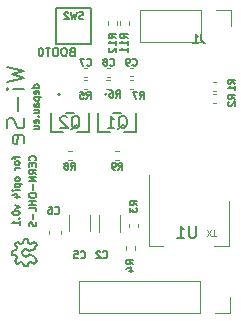
<source format=gbr>
%TF.GenerationSoftware,KiCad,Pcbnew,5.1.9*%
%TF.CreationDate,2021-01-20T23:16:29+01:00*%
%TF.ProjectId,wi-se-opi4,77692d73-652d-46f7-9069-342e6b696361,rev?*%
%TF.SameCoordinates,Original*%
%TF.FileFunction,Legend,Bot*%
%TF.FilePolarity,Positive*%
%FSLAX46Y46*%
G04 Gerber Fmt 4.6, Leading zero omitted, Abs format (unit mm)*
G04 Created by KiCad (PCBNEW 5.1.9) date 2021-01-20 23:16:29*
%MOMM*%
%LPD*%
G01*
G04 APERTURE LIST*
%ADD10C,0.150000*%
%ADD11C,0.125000*%
%ADD12C,0.200000*%
%ADD13C,0.120000*%
%ADD14C,0.152400*%
G04 APERTURE END LIST*
D10*
X97676333Y-70485800D02*
X97576333Y-70519133D01*
X97543000Y-70552466D01*
X97509666Y-70619133D01*
X97509666Y-70719133D01*
X97543000Y-70785800D01*
X97576333Y-70819133D01*
X97643000Y-70852466D01*
X97909666Y-70852466D01*
X97909666Y-70152466D01*
X97676333Y-70152466D01*
X97609666Y-70185800D01*
X97576333Y-70219133D01*
X97543000Y-70285800D01*
X97543000Y-70352466D01*
X97576333Y-70419133D01*
X97609666Y-70452466D01*
X97676333Y-70485800D01*
X97909666Y-70485800D01*
X97076333Y-70152466D02*
X96943000Y-70152466D01*
X96876333Y-70185800D01*
X96809666Y-70252466D01*
X96776333Y-70385800D01*
X96776333Y-70619133D01*
X96809666Y-70752466D01*
X96876333Y-70819133D01*
X96943000Y-70852466D01*
X97076333Y-70852466D01*
X97143000Y-70819133D01*
X97209666Y-70752466D01*
X97243000Y-70619133D01*
X97243000Y-70385800D01*
X97209666Y-70252466D01*
X97143000Y-70185800D01*
X97076333Y-70152466D01*
X96343000Y-70152466D02*
X96209666Y-70152466D01*
X96143000Y-70185800D01*
X96076333Y-70252466D01*
X96043000Y-70385800D01*
X96043000Y-70619133D01*
X96076333Y-70752466D01*
X96143000Y-70819133D01*
X96209666Y-70852466D01*
X96343000Y-70852466D01*
X96409666Y-70819133D01*
X96476333Y-70752466D01*
X96509666Y-70619133D01*
X96509666Y-70385800D01*
X96476333Y-70252466D01*
X96409666Y-70185800D01*
X96343000Y-70152466D01*
X95843000Y-70152466D02*
X95443000Y-70152466D01*
X95643000Y-70852466D02*
X95643000Y-70152466D01*
X95076333Y-70152466D02*
X95009666Y-70152466D01*
X94943000Y-70185800D01*
X94909666Y-70219133D01*
X94876333Y-70285800D01*
X94843000Y-70419133D01*
X94843000Y-70585800D01*
X94876333Y-70719133D01*
X94909666Y-70785800D01*
X94943000Y-70819133D01*
X95009666Y-70852466D01*
X95076333Y-70852466D01*
X95143000Y-70819133D01*
X95176333Y-70785800D01*
X95209666Y-70719133D01*
X95243000Y-70585800D01*
X95243000Y-70419133D01*
X95209666Y-70285800D01*
X95176333Y-70219133D01*
X95143000Y-70185800D01*
X95076333Y-70152466D01*
X94575285Y-79696000D02*
X94603857Y-79667428D01*
X94632428Y-79581714D01*
X94632428Y-79524571D01*
X94603857Y-79438857D01*
X94546714Y-79381714D01*
X94489571Y-79353142D01*
X94375285Y-79324571D01*
X94289571Y-79324571D01*
X94175285Y-79353142D01*
X94118142Y-79381714D01*
X94061000Y-79438857D01*
X94032428Y-79524571D01*
X94032428Y-79581714D01*
X94061000Y-79667428D01*
X94089571Y-79696000D01*
X94318142Y-79953142D02*
X94318142Y-80153142D01*
X94632428Y-80238857D02*
X94632428Y-79953142D01*
X94032428Y-79953142D01*
X94032428Y-80238857D01*
X94632428Y-80838857D02*
X94346714Y-80638857D01*
X94632428Y-80496000D02*
X94032428Y-80496000D01*
X94032428Y-80724571D01*
X94061000Y-80781714D01*
X94089571Y-80810285D01*
X94146714Y-80838857D01*
X94232428Y-80838857D01*
X94289571Y-80810285D01*
X94318142Y-80781714D01*
X94346714Y-80724571D01*
X94346714Y-80496000D01*
X94632428Y-81096000D02*
X94032428Y-81096000D01*
X94632428Y-81438857D01*
X94032428Y-81438857D01*
X94403857Y-81724571D02*
X94403857Y-82181714D01*
X94032428Y-82581714D02*
X94032428Y-82696000D01*
X94061000Y-82753142D01*
X94118142Y-82810285D01*
X94232428Y-82838857D01*
X94432428Y-82838857D01*
X94546714Y-82810285D01*
X94603857Y-82753142D01*
X94632428Y-82696000D01*
X94632428Y-82581714D01*
X94603857Y-82524571D01*
X94546714Y-82467428D01*
X94432428Y-82438857D01*
X94232428Y-82438857D01*
X94118142Y-82467428D01*
X94061000Y-82524571D01*
X94032428Y-82581714D01*
X94632428Y-83096000D02*
X94032428Y-83096000D01*
X94318142Y-83096000D02*
X94318142Y-83438857D01*
X94632428Y-83438857D02*
X94032428Y-83438857D01*
X94632428Y-84010285D02*
X94632428Y-83724571D01*
X94032428Y-83724571D01*
X94403857Y-84210285D02*
X94403857Y-84667428D01*
X94603857Y-84924571D02*
X94632428Y-85010285D01*
X94632428Y-85153142D01*
X94603857Y-85210285D01*
X94575285Y-85238857D01*
X94518142Y-85267428D01*
X94461000Y-85267428D01*
X94403857Y-85238857D01*
X94375285Y-85210285D01*
X94346714Y-85153142D01*
X94318142Y-85038857D01*
X94289571Y-84981714D01*
X94261000Y-84953142D01*
X94203857Y-84924571D01*
X94146714Y-84924571D01*
X94089571Y-84953142D01*
X94061000Y-84981714D01*
X94032428Y-85038857D01*
X94032428Y-85181714D01*
X94061000Y-85267428D01*
X94886428Y-73544285D02*
X94286428Y-73544285D01*
X94857857Y-73544285D02*
X94886428Y-73487142D01*
X94886428Y-73372857D01*
X94857857Y-73315714D01*
X94829285Y-73287142D01*
X94772142Y-73258571D01*
X94600714Y-73258571D01*
X94543571Y-73287142D01*
X94515000Y-73315714D01*
X94486428Y-73372857D01*
X94486428Y-73487142D01*
X94515000Y-73544285D01*
X94857857Y-74058571D02*
X94886428Y-74001428D01*
X94886428Y-73887142D01*
X94857857Y-73830000D01*
X94800714Y-73801428D01*
X94572142Y-73801428D01*
X94515000Y-73830000D01*
X94486428Y-73887142D01*
X94486428Y-74001428D01*
X94515000Y-74058571D01*
X94572142Y-74087142D01*
X94629285Y-74087142D01*
X94686428Y-73801428D01*
X94486428Y-74344285D02*
X95086428Y-74344285D01*
X94515000Y-74344285D02*
X94486428Y-74401428D01*
X94486428Y-74515714D01*
X94515000Y-74572857D01*
X94543571Y-74601428D01*
X94600714Y-74630000D01*
X94772142Y-74630000D01*
X94829285Y-74601428D01*
X94857857Y-74572857D01*
X94886428Y-74515714D01*
X94886428Y-74401428D01*
X94857857Y-74344285D01*
X94886428Y-75144285D02*
X94572142Y-75144285D01*
X94515000Y-75115714D01*
X94486428Y-75058571D01*
X94486428Y-74944285D01*
X94515000Y-74887142D01*
X94857857Y-75144285D02*
X94886428Y-75087142D01*
X94886428Y-74944285D01*
X94857857Y-74887142D01*
X94800714Y-74858571D01*
X94743571Y-74858571D01*
X94686428Y-74887142D01*
X94657857Y-74944285D01*
X94657857Y-75087142D01*
X94629285Y-75144285D01*
X94486428Y-75687142D02*
X94886428Y-75687142D01*
X94486428Y-75430000D02*
X94800714Y-75430000D01*
X94857857Y-75458571D01*
X94886428Y-75515714D01*
X94886428Y-75601428D01*
X94857857Y-75658571D01*
X94829285Y-75687142D01*
X94829285Y-75972857D02*
X94857857Y-76001428D01*
X94886428Y-75972857D01*
X94857857Y-75944285D01*
X94829285Y-75972857D01*
X94886428Y-75972857D01*
X94857857Y-76487142D02*
X94886428Y-76430000D01*
X94886428Y-76315714D01*
X94857857Y-76258571D01*
X94800714Y-76230000D01*
X94572142Y-76230000D01*
X94515000Y-76258571D01*
X94486428Y-76315714D01*
X94486428Y-76430000D01*
X94515000Y-76487142D01*
X94572142Y-76515714D01*
X94629285Y-76515714D01*
X94686428Y-76230000D01*
X94486428Y-77030000D02*
X94886428Y-77030000D01*
X94486428Y-76772857D02*
X94800714Y-76772857D01*
X94857857Y-76801428D01*
X94886428Y-76858571D01*
X94886428Y-76944285D01*
X94857857Y-77001428D01*
X94829285Y-77030000D01*
X92835428Y-79353142D02*
X92835428Y-79581714D01*
X93235428Y-79438857D02*
X92721142Y-79438857D01*
X92664000Y-79467428D01*
X92635428Y-79524571D01*
X92635428Y-79581714D01*
X93235428Y-79867428D02*
X93206857Y-79810285D01*
X93178285Y-79781714D01*
X93121142Y-79753142D01*
X92949714Y-79753142D01*
X92892571Y-79781714D01*
X92864000Y-79810285D01*
X92835428Y-79867428D01*
X92835428Y-79953142D01*
X92864000Y-80010285D01*
X92892571Y-80038857D01*
X92949714Y-80067428D01*
X93121142Y-80067428D01*
X93178285Y-80038857D01*
X93206857Y-80010285D01*
X93235428Y-79953142D01*
X93235428Y-79867428D01*
X93235428Y-80324571D02*
X92835428Y-80324571D01*
X92949714Y-80324571D02*
X92892571Y-80353142D01*
X92864000Y-80381714D01*
X92835428Y-80438857D01*
X92835428Y-80496000D01*
X93235428Y-81238857D02*
X93206857Y-81181714D01*
X93178285Y-81153142D01*
X93121142Y-81124571D01*
X92949714Y-81124571D01*
X92892571Y-81153142D01*
X92864000Y-81181714D01*
X92835428Y-81238857D01*
X92835428Y-81324571D01*
X92864000Y-81381714D01*
X92892571Y-81410285D01*
X92949714Y-81438857D01*
X93121142Y-81438857D01*
X93178285Y-81410285D01*
X93206857Y-81381714D01*
X93235428Y-81324571D01*
X93235428Y-81238857D01*
X92835428Y-81696000D02*
X93435428Y-81696000D01*
X92864000Y-81696000D02*
X92835428Y-81753142D01*
X92835428Y-81867428D01*
X92864000Y-81924571D01*
X92892571Y-81953142D01*
X92949714Y-81981714D01*
X93121142Y-81981714D01*
X93178285Y-81953142D01*
X93206857Y-81924571D01*
X93235428Y-81867428D01*
X93235428Y-81753142D01*
X93206857Y-81696000D01*
X93235428Y-82238857D02*
X92835428Y-82238857D01*
X92635428Y-82238857D02*
X92664000Y-82210285D01*
X92692571Y-82238857D01*
X92664000Y-82267428D01*
X92635428Y-82238857D01*
X92692571Y-82238857D01*
X92835428Y-82781714D02*
X93235428Y-82781714D01*
X92606857Y-82638857D02*
X93035428Y-82496000D01*
X93035428Y-82867428D01*
X92835428Y-83496000D02*
X93235428Y-83638857D01*
X92835428Y-83781714D01*
X92635428Y-84124571D02*
X92635428Y-84181714D01*
X92664000Y-84238857D01*
X92692571Y-84267428D01*
X92749714Y-84296000D01*
X92864000Y-84324571D01*
X93006857Y-84324571D01*
X93121142Y-84296000D01*
X93178285Y-84267428D01*
X93206857Y-84238857D01*
X93235428Y-84181714D01*
X93235428Y-84124571D01*
X93206857Y-84067428D01*
X93178285Y-84038857D01*
X93121142Y-84010285D01*
X93006857Y-83981714D01*
X92864000Y-83981714D01*
X92749714Y-84010285D01*
X92692571Y-84038857D01*
X92664000Y-84067428D01*
X92635428Y-84124571D01*
X93178285Y-84581714D02*
X93206857Y-84610285D01*
X93235428Y-84581714D01*
X93206857Y-84553142D01*
X93178285Y-84581714D01*
X93235428Y-84581714D01*
X93235428Y-85181714D02*
X93235428Y-84838857D01*
X93235428Y-85010285D02*
X92635428Y-85010285D01*
X92721142Y-84953142D01*
X92778285Y-84896000D01*
X92806857Y-84838857D01*
X92142571Y-71771285D02*
X93642571Y-72128428D01*
X92571142Y-72414142D01*
X93642571Y-72699857D01*
X92142571Y-73057000D01*
X93642571Y-73628428D02*
X92642571Y-73628428D01*
X92142571Y-73628428D02*
X92214000Y-73557000D01*
X92285428Y-73628428D01*
X92214000Y-73699857D01*
X92142571Y-73628428D01*
X92285428Y-73628428D01*
X93071142Y-74342714D02*
X93071142Y-75485571D01*
X93571142Y-76128428D02*
X93642571Y-76342714D01*
X93642571Y-76699857D01*
X93571142Y-76842714D01*
X93499714Y-76914142D01*
X93356857Y-76985571D01*
X93214000Y-76985571D01*
X93071142Y-76914142D01*
X92999714Y-76842714D01*
X92928285Y-76699857D01*
X92856857Y-76414142D01*
X92785428Y-76271285D01*
X92714000Y-76199857D01*
X92571142Y-76128428D01*
X92428285Y-76128428D01*
X92285428Y-76199857D01*
X92214000Y-76271285D01*
X92142571Y-76414142D01*
X92142571Y-76771285D01*
X92214000Y-76985571D01*
X93571142Y-78199857D02*
X93642571Y-78057000D01*
X93642571Y-77771285D01*
X93571142Y-77628428D01*
X93428285Y-77557000D01*
X92856857Y-77557000D01*
X92714000Y-77628428D01*
X92642571Y-77771285D01*
X92642571Y-78057000D01*
X92714000Y-78199857D01*
X92856857Y-78271285D01*
X92999714Y-78271285D01*
X93142571Y-77557000D01*
D11*
X109854952Y-86125809D02*
X109569238Y-86125809D01*
X109712095Y-85625809D02*
X109712095Y-86125809D01*
X109450190Y-86125809D02*
X109116857Y-85625809D01*
X109116857Y-86125809D02*
X109450190Y-85625809D01*
D12*
%TO.C,REF\u002A\u002A*%
X92837000Y-88201500D02*
X93005065Y-87956593D01*
X93529907Y-88349504D02*
X93327243Y-88262603D01*
X92926145Y-87278167D02*
X93006574Y-87081672D01*
X93044959Y-86588909D02*
X93064545Y-86587103D01*
X93045059Y-88427314D02*
X92838806Y-88221070D01*
X93529827Y-86666714D02*
X93544257Y-86649939D01*
X93327143Y-86753608D02*
X93529827Y-86666714D01*
X93597043Y-88649703D02*
X93544337Y-88366279D01*
X92909659Y-87723618D02*
X92616508Y-87669050D01*
X93305328Y-88263986D02*
X93064646Y-88429120D01*
X92836900Y-86814766D02*
X92838706Y-86795180D01*
X93006574Y-87081672D02*
X93004965Y-87059656D01*
X93327243Y-88262603D02*
X93305328Y-88263986D01*
X92603843Y-87362303D02*
X92616410Y-87347198D01*
X93544337Y-88366279D02*
X93529907Y-88349504D01*
X93064646Y-88429120D02*
X93045059Y-88427314D01*
X92616508Y-87669050D02*
X92603940Y-87653931D01*
X93612101Y-86353963D02*
X93903801Y-86353980D01*
X92926245Y-87738099D02*
X92909659Y-87723618D01*
X93006674Y-87934577D02*
X92926245Y-87738099D01*
X93064545Y-86587103D02*
X93305228Y-86752254D01*
X94031370Y-87334419D02*
X93759635Y-87185544D01*
X93759635Y-87185544D02*
X93531524Y-87280035D01*
X93531524Y-87280035D02*
X93437040Y-87508139D01*
X93918939Y-86366550D02*
X93970386Y-86643008D01*
X93005065Y-87956593D02*
X93006674Y-87934577D01*
X92909558Y-87292648D02*
X92926145Y-87278167D01*
X93596962Y-86366533D02*
X93612101Y-86353963D01*
X93437040Y-87508139D02*
X93531524Y-87736235D01*
X93531524Y-87736235D02*
X93759635Y-87830717D01*
X93759635Y-87830717D02*
X94031370Y-87681842D01*
X93004965Y-87059656D02*
X92836900Y-86814766D01*
X92838706Y-86795180D02*
X93044959Y-86588909D01*
X94200518Y-86745730D02*
X94222534Y-86744094D01*
X94222534Y-86744094D02*
X94451373Y-86587063D01*
X94677229Y-86795157D02*
X94679036Y-86814743D01*
X94679036Y-86814743D02*
X94524748Y-87039530D01*
X93305228Y-86752254D02*
X93327143Y-86753608D01*
X94077042Y-87380918D02*
X94058576Y-87374918D01*
X94058576Y-87374918D02*
X94043387Y-87350108D01*
X94043387Y-87350108D02*
X94031370Y-87334419D01*
X94031370Y-87681842D02*
X94043387Y-87666187D01*
X94043387Y-87666187D02*
X94058576Y-87641377D01*
X94058576Y-87641377D02*
X94077042Y-87635377D01*
X94077042Y-87635377D02*
X94570960Y-87839768D01*
X94524748Y-87039530D02*
X94524013Y-87061080D01*
X94524013Y-87061080D02*
X94576943Y-87160216D01*
X93970386Y-86643008D02*
X93984920Y-86659422D01*
X92838806Y-88221070D02*
X92837000Y-88201500D01*
X93903801Y-86353980D02*
X93918939Y-86366550D01*
X92603940Y-87653931D02*
X92603843Y-87362303D01*
X94576943Y-87160216D02*
X94570943Y-87176509D01*
X94570943Y-87176509D02*
X94077042Y-87380918D01*
X92616410Y-87347198D02*
X92909558Y-87292648D01*
X93544257Y-86649939D02*
X93596962Y-86366533D01*
X94570960Y-87839768D02*
X94576960Y-87856061D01*
X94576960Y-87856061D02*
X94524030Y-87955196D01*
X94524030Y-87955196D02*
X94524765Y-87976747D01*
X94524765Y-87976747D02*
X94679053Y-88201551D01*
X94679053Y-88201551D02*
X94677247Y-88221120D01*
X94677247Y-88221120D02*
X94470995Y-88427408D01*
X94470995Y-88427408D02*
X94451391Y-88429214D01*
X94451391Y-88429214D02*
X94222644Y-88272103D01*
X94222644Y-88272103D02*
X94200627Y-88270494D01*
X94200627Y-88270494D02*
X93985029Y-88356803D01*
X93985029Y-88356803D02*
X93970494Y-88373200D01*
X93970494Y-88373200D02*
X93919048Y-88649658D01*
X93919048Y-88649658D02*
X93903909Y-88662228D01*
X93903909Y-88662228D02*
X93612209Y-88662262D01*
X93612209Y-88662262D02*
X93597054Y-88649729D01*
X94451373Y-86587063D02*
X94470976Y-86588869D01*
X94470976Y-86588869D02*
X94677229Y-86795157D01*
X93984920Y-86659422D02*
X94200518Y-86745730D01*
D13*
%TO.C,C2*%
X99938160Y-85714892D02*
X99938160Y-84292388D01*
X101758160Y-85714892D02*
X101758160Y-84292388D01*
%TO.C,J2*%
X111080000Y-92580000D02*
X111080000Y-91250000D01*
X109750000Y-92580000D02*
X111080000Y-92580000D01*
X108480000Y-92580000D02*
X108480000Y-89920000D01*
X108480000Y-89920000D02*
X98260000Y-89920000D01*
X108480000Y-92580000D02*
X98260000Y-92580000D01*
X98260000Y-92580000D02*
X98260000Y-89920000D01*
D14*
%TO.C,Q1*%
X101166739Y-75643060D02*
X101833261Y-75643060D01*
X103125600Y-75643060D02*
X103125600Y-77294060D01*
X103125600Y-77294060D02*
X102116740Y-77294060D01*
X99874400Y-77294060D02*
X99874400Y-75643060D01*
X100883260Y-77294060D02*
X99874400Y-77294060D01*
X100626200Y-74081561D02*
G75*
G03*
X100626200Y-74081561I-76200J0D01*
G01*
D13*
%TO.C,J1*%
X111170000Y-68300000D02*
X111170000Y-66970000D01*
X111170000Y-66970000D02*
X109840000Y-66970000D01*
X108570000Y-66970000D02*
X103430000Y-66970000D01*
X103430000Y-69630000D02*
X103430000Y-66970000D01*
X108570000Y-69630000D02*
X103430000Y-69630000D01*
X108570000Y-69630000D02*
X108570000Y-66970000D01*
D14*
%TO.C,Q2*%
X96626200Y-74113001D02*
G75*
G03*
X96626200Y-74113001I-76200J0D01*
G01*
X96883260Y-77325500D02*
X95874400Y-77325500D01*
X95874400Y-77325500D02*
X95874400Y-75674500D01*
X99125600Y-77325500D02*
X98116740Y-77325500D01*
X99125600Y-75674500D02*
X99125600Y-77325500D01*
X97166739Y-75674500D02*
X97833261Y-75674500D01*
D13*
%TO.C,C5*%
X99202920Y-85704732D02*
X99202920Y-84282228D01*
X97382920Y-85704732D02*
X97382920Y-84282228D01*
%TO.C,C6*%
X96720120Y-85951940D02*
X96720120Y-85670780D01*
X95700120Y-85951940D02*
X95700120Y-85670780D01*
%TO.C,C7*%
X98723564Y-72623000D02*
X98939236Y-72623000D01*
X98723564Y-71903000D02*
X98939236Y-71903000D01*
%TO.C,C8*%
X100857836Y-72623000D02*
X100642164Y-72623000D01*
X100857836Y-71903000D02*
X100642164Y-71903000D01*
%TO.C,C9*%
X102590164Y-72578000D02*
X102805836Y-72578000D01*
X102590164Y-71858000D02*
X102805836Y-71858000D01*
%TO.C,R1*%
X109596359Y-73786000D02*
X109903641Y-73786000D01*
X109596359Y-73026000D02*
X109903641Y-73026000D01*
%TO.C,R2*%
X109574359Y-74042000D02*
X109881641Y-74042000D01*
X109574359Y-74802000D02*
X109881641Y-74802000D01*
%TO.C,R3*%
X102490000Y-85345241D02*
X102490000Y-85037959D01*
X103250000Y-85345241D02*
X103250000Y-85037959D01*
%TO.C,R4*%
X102996000Y-86968359D02*
X102996000Y-87275641D01*
X102236000Y-86968359D02*
X102236000Y-87275641D01*
%TO.C,R5*%
X98959641Y-73630000D02*
X98652359Y-73630000D01*
X98959641Y-72870000D02*
X98652359Y-72870000D01*
%TO.C,R6*%
X100596359Y-73630000D02*
X100903641Y-73630000D01*
X100596359Y-72870000D02*
X100903641Y-72870000D01*
%TO.C,R7*%
X102851641Y-72899000D02*
X102544359Y-72899000D01*
X102851641Y-73659000D02*
X102544359Y-73659000D01*
%TO.C,R8*%
X97346359Y-78870000D02*
X97653641Y-78870000D01*
X97346359Y-79630000D02*
X97653641Y-79630000D01*
%TO.C,R9*%
X101653641Y-78870000D02*
X101346359Y-78870000D01*
X101653641Y-79630000D02*
X101346359Y-79630000D01*
%TO.C,R11*%
X102488000Y-68227641D02*
X102488000Y-67920359D01*
X101728000Y-68227641D02*
X101728000Y-67920359D01*
%TO.C,R12*%
X101472000Y-68225641D02*
X101472000Y-67918359D01*
X100712000Y-68225641D02*
X100712000Y-67918359D01*
%TO.C,U1*%
X110979000Y-86898400D02*
X109719000Y-86898400D01*
X104159000Y-86898400D02*
X105419000Y-86898400D01*
X110979000Y-83138400D02*
X110979000Y-86898400D01*
X104159000Y-80888400D02*
X104159000Y-86898400D01*
D10*
%TO.C,SW2*%
X99325000Y-69800000D02*
X96325000Y-69800000D01*
X99325000Y-66800000D02*
X96325000Y-66800000D01*
X96325000Y-69800000D02*
X96325000Y-66800000D01*
X99325000Y-66800000D02*
X99325000Y-69800000D01*
%TO.C,C2*%
X100300000Y-87914285D02*
X100328571Y-87942857D01*
X100414285Y-87971428D01*
X100471428Y-87971428D01*
X100557142Y-87942857D01*
X100614285Y-87885714D01*
X100642857Y-87828571D01*
X100671428Y-87714285D01*
X100671428Y-87628571D01*
X100642857Y-87514285D01*
X100614285Y-87457142D01*
X100557142Y-87400000D01*
X100471428Y-87371428D01*
X100414285Y-87371428D01*
X100328571Y-87400000D01*
X100300000Y-87428571D01*
X100071428Y-87428571D02*
X100042857Y-87400000D01*
X99985714Y-87371428D01*
X99842857Y-87371428D01*
X99785714Y-87400000D01*
X99757142Y-87428571D01*
X99728571Y-87485714D01*
X99728571Y-87542857D01*
X99757142Y-87628571D01*
X100100000Y-87971428D01*
X99728571Y-87971428D01*
%TO.C,Q1*%
X101595238Y-77016179D02*
X101690476Y-76968560D01*
X101785714Y-76873321D01*
X101928571Y-76730464D01*
X102023809Y-76682845D01*
X102119047Y-76682845D01*
X102071428Y-76920940D02*
X102166666Y-76873321D01*
X102261904Y-76778083D01*
X102309523Y-76587607D01*
X102309523Y-76254274D01*
X102261904Y-76063798D01*
X102166666Y-75968560D01*
X102071428Y-75920940D01*
X101880952Y-75920940D01*
X101785714Y-75968560D01*
X101690476Y-76063798D01*
X101642857Y-76254274D01*
X101642857Y-76587607D01*
X101690476Y-76778083D01*
X101785714Y-76873321D01*
X101880952Y-76920940D01*
X102071428Y-76920940D01*
X100690476Y-76920940D02*
X101261904Y-76920940D01*
X100976190Y-76920940D02*
X100976190Y-75920940D01*
X101071428Y-76063798D01*
X101166666Y-76159036D01*
X101261904Y-76206655D01*
%TO.C,J1*%
X108633333Y-69016666D02*
X108633333Y-69516666D01*
X108666666Y-69616666D01*
X108733333Y-69683333D01*
X108833333Y-69716666D01*
X108900000Y-69716666D01*
X107933333Y-69716666D02*
X108333333Y-69716666D01*
X108133333Y-69716666D02*
X108133333Y-69016666D01*
X108200000Y-69116666D01*
X108266666Y-69183333D01*
X108333333Y-69216666D01*
%TO.C,Q2*%
X97595238Y-77047619D02*
X97690476Y-77000000D01*
X97785714Y-76904761D01*
X97928571Y-76761904D01*
X98023809Y-76714285D01*
X98119047Y-76714285D01*
X98071428Y-76952380D02*
X98166666Y-76904761D01*
X98261904Y-76809523D01*
X98309523Y-76619047D01*
X98309523Y-76285714D01*
X98261904Y-76095238D01*
X98166666Y-76000000D01*
X98071428Y-75952380D01*
X97880952Y-75952380D01*
X97785714Y-76000000D01*
X97690476Y-76095238D01*
X97642857Y-76285714D01*
X97642857Y-76619047D01*
X97690476Y-76809523D01*
X97785714Y-76904761D01*
X97880952Y-76952380D01*
X98071428Y-76952380D01*
X97261904Y-76047619D02*
X97214285Y-76000000D01*
X97119047Y-75952380D01*
X96880952Y-75952380D01*
X96785714Y-76000000D01*
X96738095Y-76047619D01*
X96690476Y-76142857D01*
X96690476Y-76238095D01*
X96738095Y-76380952D01*
X97309523Y-76952380D01*
X96690476Y-76952380D01*
%TO.C,C5*%
X98400000Y-87914285D02*
X98428571Y-87942857D01*
X98514285Y-87971428D01*
X98571428Y-87971428D01*
X98657142Y-87942857D01*
X98714285Y-87885714D01*
X98742857Y-87828571D01*
X98771428Y-87714285D01*
X98771428Y-87628571D01*
X98742857Y-87514285D01*
X98714285Y-87457142D01*
X98657142Y-87400000D01*
X98571428Y-87371428D01*
X98514285Y-87371428D01*
X98428571Y-87400000D01*
X98400000Y-87428571D01*
X97857142Y-87371428D02*
X98142857Y-87371428D01*
X98171428Y-87657142D01*
X98142857Y-87628571D01*
X98085714Y-87600000D01*
X97942857Y-87600000D01*
X97885714Y-87628571D01*
X97857142Y-87657142D01*
X97828571Y-87714285D01*
X97828571Y-87857142D01*
X97857142Y-87914285D01*
X97885714Y-87942857D01*
X97942857Y-87971428D01*
X98085714Y-87971428D01*
X98142857Y-87942857D01*
X98171428Y-87914285D01*
%TO.C,C6*%
X96239000Y-84161285D02*
X96267571Y-84189857D01*
X96353285Y-84218428D01*
X96410428Y-84218428D01*
X96496142Y-84189857D01*
X96553285Y-84132714D01*
X96581857Y-84075571D01*
X96610428Y-83961285D01*
X96610428Y-83875571D01*
X96581857Y-83761285D01*
X96553285Y-83704142D01*
X96496142Y-83647000D01*
X96410428Y-83618428D01*
X96353285Y-83618428D01*
X96267571Y-83647000D01*
X96239000Y-83675571D01*
X95724714Y-83618428D02*
X95839000Y-83618428D01*
X95896142Y-83647000D01*
X95924714Y-83675571D01*
X95981857Y-83761285D01*
X96010428Y-83875571D01*
X96010428Y-84104142D01*
X95981857Y-84161285D01*
X95953285Y-84189857D01*
X95896142Y-84218428D01*
X95781857Y-84218428D01*
X95724714Y-84189857D01*
X95696142Y-84161285D01*
X95667571Y-84104142D01*
X95667571Y-83961285D01*
X95696142Y-83904142D01*
X95724714Y-83875571D01*
X95781857Y-83847000D01*
X95896142Y-83847000D01*
X95953285Y-83875571D01*
X95981857Y-83904142D01*
X96010428Y-83961285D01*
%TO.C,C7*%
X98931400Y-71614285D02*
X98959971Y-71642857D01*
X99045685Y-71671428D01*
X99102828Y-71671428D01*
X99188542Y-71642857D01*
X99245685Y-71585714D01*
X99274257Y-71528571D01*
X99302828Y-71414285D01*
X99302828Y-71328571D01*
X99274257Y-71214285D01*
X99245685Y-71157142D01*
X99188542Y-71100000D01*
X99102828Y-71071428D01*
X99045685Y-71071428D01*
X98959971Y-71100000D01*
X98931400Y-71128571D01*
X98731400Y-71071428D02*
X98331400Y-71071428D01*
X98588542Y-71671428D01*
%TO.C,C8*%
X100900000Y-71614285D02*
X100928571Y-71642857D01*
X101014285Y-71671428D01*
X101071428Y-71671428D01*
X101157142Y-71642857D01*
X101214285Y-71585714D01*
X101242857Y-71528571D01*
X101271428Y-71414285D01*
X101271428Y-71328571D01*
X101242857Y-71214285D01*
X101214285Y-71157142D01*
X101157142Y-71100000D01*
X101071428Y-71071428D01*
X101014285Y-71071428D01*
X100928571Y-71100000D01*
X100900000Y-71128571D01*
X100557142Y-71328571D02*
X100614285Y-71300000D01*
X100642857Y-71271428D01*
X100671428Y-71214285D01*
X100671428Y-71185714D01*
X100642857Y-71128571D01*
X100614285Y-71100000D01*
X100557142Y-71071428D01*
X100442857Y-71071428D01*
X100385714Y-71100000D01*
X100357142Y-71128571D01*
X100328571Y-71185714D01*
X100328571Y-71214285D01*
X100357142Y-71271428D01*
X100385714Y-71300000D01*
X100442857Y-71328571D01*
X100557142Y-71328571D01*
X100614285Y-71357142D01*
X100642857Y-71385714D01*
X100671428Y-71442857D01*
X100671428Y-71557142D01*
X100642857Y-71614285D01*
X100614285Y-71642857D01*
X100557142Y-71671428D01*
X100442857Y-71671428D01*
X100385714Y-71642857D01*
X100357142Y-71614285D01*
X100328571Y-71557142D01*
X100328571Y-71442857D01*
X100357142Y-71385714D01*
X100385714Y-71357142D01*
X100442857Y-71328571D01*
%TO.C,C9*%
X102798000Y-71614285D02*
X102826571Y-71642857D01*
X102912285Y-71671428D01*
X102969428Y-71671428D01*
X103055142Y-71642857D01*
X103112285Y-71585714D01*
X103140857Y-71528571D01*
X103169428Y-71414285D01*
X103169428Y-71328571D01*
X103140857Y-71214285D01*
X103112285Y-71157142D01*
X103055142Y-71100000D01*
X102969428Y-71071428D01*
X102912285Y-71071428D01*
X102826571Y-71100000D01*
X102798000Y-71128571D01*
X102512285Y-71671428D02*
X102398000Y-71671428D01*
X102340857Y-71642857D01*
X102312285Y-71614285D01*
X102255142Y-71528571D01*
X102226571Y-71414285D01*
X102226571Y-71185714D01*
X102255142Y-71128571D01*
X102283714Y-71100000D01*
X102340857Y-71071428D01*
X102455142Y-71071428D01*
X102512285Y-71100000D01*
X102540857Y-71128571D01*
X102569428Y-71185714D01*
X102569428Y-71328571D01*
X102540857Y-71385714D01*
X102512285Y-71414285D01*
X102455142Y-71442857D01*
X102340857Y-71442857D01*
X102283714Y-71414285D01*
X102255142Y-71385714D01*
X102226571Y-71328571D01*
%TO.C,R1*%
X111471428Y-73200000D02*
X111185714Y-73000000D01*
X111471428Y-72857142D02*
X110871428Y-72857142D01*
X110871428Y-73085714D01*
X110900000Y-73142857D01*
X110928571Y-73171428D01*
X110985714Y-73200000D01*
X111071428Y-73200000D01*
X111128571Y-73171428D01*
X111157142Y-73142857D01*
X111185714Y-73085714D01*
X111185714Y-72857142D01*
X111471428Y-73771428D02*
X111471428Y-73428571D01*
X111471428Y-73600000D02*
X110871428Y-73600000D01*
X110957142Y-73542857D01*
X111014285Y-73485714D01*
X111042857Y-73428571D01*
%TO.C,R2*%
X111471428Y-74500000D02*
X111185714Y-74300000D01*
X111471428Y-74157142D02*
X110871428Y-74157142D01*
X110871428Y-74385714D01*
X110900000Y-74442857D01*
X110928571Y-74471428D01*
X110985714Y-74500000D01*
X111071428Y-74500000D01*
X111128571Y-74471428D01*
X111157142Y-74442857D01*
X111185714Y-74385714D01*
X111185714Y-74157142D01*
X110928571Y-74728571D02*
X110900000Y-74757142D01*
X110871428Y-74814285D01*
X110871428Y-74957142D01*
X110900000Y-75014285D01*
X110928571Y-75042857D01*
X110985714Y-75071428D01*
X111042857Y-75071428D01*
X111128571Y-75042857D01*
X111471428Y-74700000D01*
X111471428Y-75071428D01*
%TO.C,R3*%
X103171428Y-83500000D02*
X102885714Y-83300000D01*
X103171428Y-83157142D02*
X102571428Y-83157142D01*
X102571428Y-83385714D01*
X102600000Y-83442857D01*
X102628571Y-83471428D01*
X102685714Y-83500000D01*
X102771428Y-83500000D01*
X102828571Y-83471428D01*
X102857142Y-83442857D01*
X102885714Y-83385714D01*
X102885714Y-83157142D01*
X102571428Y-83700000D02*
X102571428Y-84071428D01*
X102800000Y-83871428D01*
X102800000Y-83957142D01*
X102828571Y-84014285D01*
X102857142Y-84042857D01*
X102914285Y-84071428D01*
X103057142Y-84071428D01*
X103114285Y-84042857D01*
X103142857Y-84014285D01*
X103171428Y-83957142D01*
X103171428Y-83785714D01*
X103142857Y-83728571D01*
X103114285Y-83700000D01*
%TO.C,R4*%
X102871428Y-88500000D02*
X102585714Y-88300000D01*
X102871428Y-88157142D02*
X102271428Y-88157142D01*
X102271428Y-88385714D01*
X102300000Y-88442857D01*
X102328571Y-88471428D01*
X102385714Y-88500000D01*
X102471428Y-88500000D01*
X102528571Y-88471428D01*
X102557142Y-88442857D01*
X102585714Y-88385714D01*
X102585714Y-88157142D01*
X102471428Y-89014285D02*
X102871428Y-89014285D01*
X102242857Y-88871428D02*
X102671428Y-88728571D01*
X102671428Y-89100000D01*
%TO.C,R5*%
X98900000Y-74471428D02*
X99100000Y-74185714D01*
X99242857Y-74471428D02*
X99242857Y-73871428D01*
X99014285Y-73871428D01*
X98957142Y-73900000D01*
X98928571Y-73928571D01*
X98900000Y-73985714D01*
X98900000Y-74071428D01*
X98928571Y-74128571D01*
X98957142Y-74157142D01*
X99014285Y-74185714D01*
X99242857Y-74185714D01*
X98357142Y-73871428D02*
X98642857Y-73871428D01*
X98671428Y-74157142D01*
X98642857Y-74128571D01*
X98585714Y-74100000D01*
X98442857Y-74100000D01*
X98385714Y-74128571D01*
X98357142Y-74157142D01*
X98328571Y-74214285D01*
X98328571Y-74357142D01*
X98357142Y-74414285D01*
X98385714Y-74442857D01*
X98442857Y-74471428D01*
X98585714Y-74471428D01*
X98642857Y-74442857D01*
X98671428Y-74414285D01*
%TO.C,R6*%
X101400000Y-74371428D02*
X101600000Y-74085714D01*
X101742857Y-74371428D02*
X101742857Y-73771428D01*
X101514285Y-73771428D01*
X101457142Y-73800000D01*
X101428571Y-73828571D01*
X101400000Y-73885714D01*
X101400000Y-73971428D01*
X101428571Y-74028571D01*
X101457142Y-74057142D01*
X101514285Y-74085714D01*
X101742857Y-74085714D01*
X100885714Y-73771428D02*
X101000000Y-73771428D01*
X101057142Y-73800000D01*
X101085714Y-73828571D01*
X101142857Y-73914285D01*
X101171428Y-74028571D01*
X101171428Y-74257142D01*
X101142857Y-74314285D01*
X101114285Y-74342857D01*
X101057142Y-74371428D01*
X100942857Y-74371428D01*
X100885714Y-74342857D01*
X100857142Y-74314285D01*
X100828571Y-74257142D01*
X100828571Y-74114285D01*
X100857142Y-74057142D01*
X100885714Y-74028571D01*
X100942857Y-74000000D01*
X101057142Y-74000000D01*
X101114285Y-74028571D01*
X101142857Y-74057142D01*
X101171428Y-74114285D01*
%TO.C,R7*%
X103400000Y-74471428D02*
X103600000Y-74185714D01*
X103742857Y-74471428D02*
X103742857Y-73871428D01*
X103514285Y-73871428D01*
X103457142Y-73900000D01*
X103428571Y-73928571D01*
X103400000Y-73985714D01*
X103400000Y-74071428D01*
X103428571Y-74128571D01*
X103457142Y-74157142D01*
X103514285Y-74185714D01*
X103742857Y-74185714D01*
X103200000Y-73871428D02*
X102800000Y-73871428D01*
X103057142Y-74471428D01*
%TO.C,R8*%
X97600000Y-80471428D02*
X97800000Y-80185714D01*
X97942857Y-80471428D02*
X97942857Y-79871428D01*
X97714285Y-79871428D01*
X97657142Y-79900000D01*
X97628571Y-79928571D01*
X97600000Y-79985714D01*
X97600000Y-80071428D01*
X97628571Y-80128571D01*
X97657142Y-80157142D01*
X97714285Y-80185714D01*
X97942857Y-80185714D01*
X97257142Y-80128571D02*
X97314285Y-80100000D01*
X97342857Y-80071428D01*
X97371428Y-80014285D01*
X97371428Y-79985714D01*
X97342857Y-79928571D01*
X97314285Y-79900000D01*
X97257142Y-79871428D01*
X97142857Y-79871428D01*
X97085714Y-79900000D01*
X97057142Y-79928571D01*
X97028571Y-79985714D01*
X97028571Y-80014285D01*
X97057142Y-80071428D01*
X97085714Y-80100000D01*
X97142857Y-80128571D01*
X97257142Y-80128571D01*
X97314285Y-80157142D01*
X97342857Y-80185714D01*
X97371428Y-80242857D01*
X97371428Y-80357142D01*
X97342857Y-80414285D01*
X97314285Y-80442857D01*
X97257142Y-80471428D01*
X97142857Y-80471428D01*
X97085714Y-80442857D01*
X97057142Y-80414285D01*
X97028571Y-80357142D01*
X97028571Y-80242857D01*
X97057142Y-80185714D01*
X97085714Y-80157142D01*
X97142857Y-80128571D01*
%TO.C,R9*%
X101600000Y-80471428D02*
X101800000Y-80185714D01*
X101942857Y-80471428D02*
X101942857Y-79871428D01*
X101714285Y-79871428D01*
X101657142Y-79900000D01*
X101628571Y-79928571D01*
X101600000Y-79985714D01*
X101600000Y-80071428D01*
X101628571Y-80128571D01*
X101657142Y-80157142D01*
X101714285Y-80185714D01*
X101942857Y-80185714D01*
X101314285Y-80471428D02*
X101200000Y-80471428D01*
X101142857Y-80442857D01*
X101114285Y-80414285D01*
X101057142Y-80328571D01*
X101028571Y-80214285D01*
X101028571Y-79985714D01*
X101057142Y-79928571D01*
X101085714Y-79900000D01*
X101142857Y-79871428D01*
X101257142Y-79871428D01*
X101314285Y-79900000D01*
X101342857Y-79928571D01*
X101371428Y-79985714D01*
X101371428Y-80128571D01*
X101342857Y-80185714D01*
X101314285Y-80214285D01*
X101257142Y-80242857D01*
X101142857Y-80242857D01*
X101085714Y-80214285D01*
X101057142Y-80185714D01*
X101028571Y-80128571D01*
%TO.C,R11*%
X102379428Y-69362685D02*
X102093714Y-69162685D01*
X102379428Y-69019828D02*
X101779428Y-69019828D01*
X101779428Y-69248400D01*
X101808000Y-69305542D01*
X101836571Y-69334114D01*
X101893714Y-69362685D01*
X101979428Y-69362685D01*
X102036571Y-69334114D01*
X102065142Y-69305542D01*
X102093714Y-69248400D01*
X102093714Y-69019828D01*
X102379428Y-69934114D02*
X102379428Y-69591257D01*
X102379428Y-69762685D02*
X101779428Y-69762685D01*
X101865142Y-69705542D01*
X101922285Y-69648400D01*
X101950857Y-69591257D01*
X102379428Y-70505542D02*
X102379428Y-70162685D01*
X102379428Y-70334114D02*
X101779428Y-70334114D01*
X101865142Y-70276971D01*
X101922285Y-70219828D01*
X101950857Y-70162685D01*
%TO.C,R12*%
X101388828Y-69362685D02*
X101103114Y-69162685D01*
X101388828Y-69019828D02*
X100788828Y-69019828D01*
X100788828Y-69248400D01*
X100817400Y-69305542D01*
X100845971Y-69334114D01*
X100903114Y-69362685D01*
X100988828Y-69362685D01*
X101045971Y-69334114D01*
X101074542Y-69305542D01*
X101103114Y-69248400D01*
X101103114Y-69019828D01*
X101388828Y-69934114D02*
X101388828Y-69591257D01*
X101388828Y-69762685D02*
X100788828Y-69762685D01*
X100874542Y-69705542D01*
X100931685Y-69648400D01*
X100960257Y-69591257D01*
X100845971Y-70162685D02*
X100817400Y-70191257D01*
X100788828Y-70248400D01*
X100788828Y-70391257D01*
X100817400Y-70448400D01*
X100845971Y-70476971D01*
X100903114Y-70505542D01*
X100960257Y-70505542D01*
X101045971Y-70476971D01*
X101388828Y-70134114D01*
X101388828Y-70505542D01*
%TO.C,U1*%
X108161904Y-85252380D02*
X108161904Y-86061904D01*
X108114285Y-86157142D01*
X108066666Y-86204761D01*
X107971428Y-86252380D01*
X107780952Y-86252380D01*
X107685714Y-86204761D01*
X107638095Y-86157142D01*
X107590476Y-86061904D01*
X107590476Y-85252380D01*
X106590476Y-86252380D02*
X107161904Y-86252380D01*
X106876190Y-86252380D02*
X106876190Y-85252380D01*
X106971428Y-85395238D01*
X107066666Y-85490476D01*
X107161904Y-85538095D01*
%TO.C,SW2*%
X98615400Y-67705257D02*
X98529685Y-67733828D01*
X98386828Y-67733828D01*
X98329685Y-67705257D01*
X98301114Y-67676685D01*
X98272542Y-67619542D01*
X98272542Y-67562400D01*
X98301114Y-67505257D01*
X98329685Y-67476685D01*
X98386828Y-67448114D01*
X98501114Y-67419542D01*
X98558257Y-67390971D01*
X98586828Y-67362400D01*
X98615400Y-67305257D01*
X98615400Y-67248114D01*
X98586828Y-67190971D01*
X98558257Y-67162400D01*
X98501114Y-67133828D01*
X98358257Y-67133828D01*
X98272542Y-67162400D01*
X98072542Y-67133828D02*
X97929685Y-67733828D01*
X97815400Y-67305257D01*
X97701114Y-67733828D01*
X97558257Y-67133828D01*
X97358257Y-67190971D02*
X97329685Y-67162400D01*
X97272542Y-67133828D01*
X97129685Y-67133828D01*
X97072542Y-67162400D01*
X97043971Y-67190971D01*
X97015400Y-67248114D01*
X97015400Y-67305257D01*
X97043971Y-67390971D01*
X97386828Y-67733828D01*
X97015400Y-67733828D01*
%TD*%
M02*

</source>
